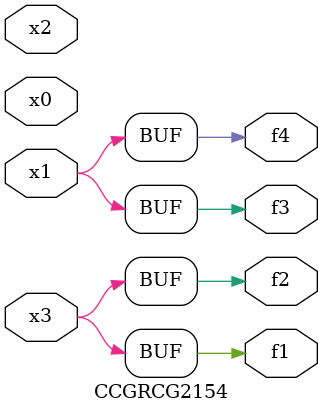
<source format=v>
module CCGRCG2154(
	input x0, x1, x2, x3,
	output f1, f2, f3, f4
);
	assign f1 = x3;
	assign f2 = x3;
	assign f3 = x1;
	assign f4 = x1;
endmodule

</source>
